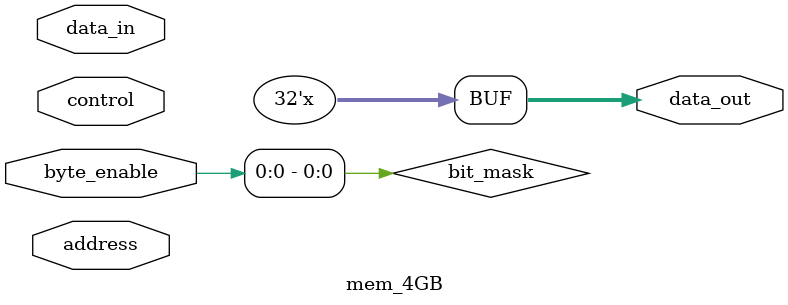
<source format=v>
module mem_4GB (
    input wire [31:0] address,
    input wire [31:0] data_in,
    input wire [3:0] control,
    input wire [3:0] byte_enable,
    output reg [31:0] data_out   
);

    
     reg bit_mask;
    localparam mem_entries = (1<<32);
    reg[31:0] mem[0:mem_entries-1];



    always @(address or control or data_in)
        begin
                bit_mask = {{8{byte_enable[3]}},{8{byte_enable[2]}},{8{byte_enable[1]}},{8{byte_enable[0]}}};
		if(control == 4'b0010)
                mem[address] <=  (mem[address] & ~bit_mask) | (data_in & bit_mask);
         else if (control == 4'b0001)
                data_out <= mem[address];
        end


endmodule

</source>
